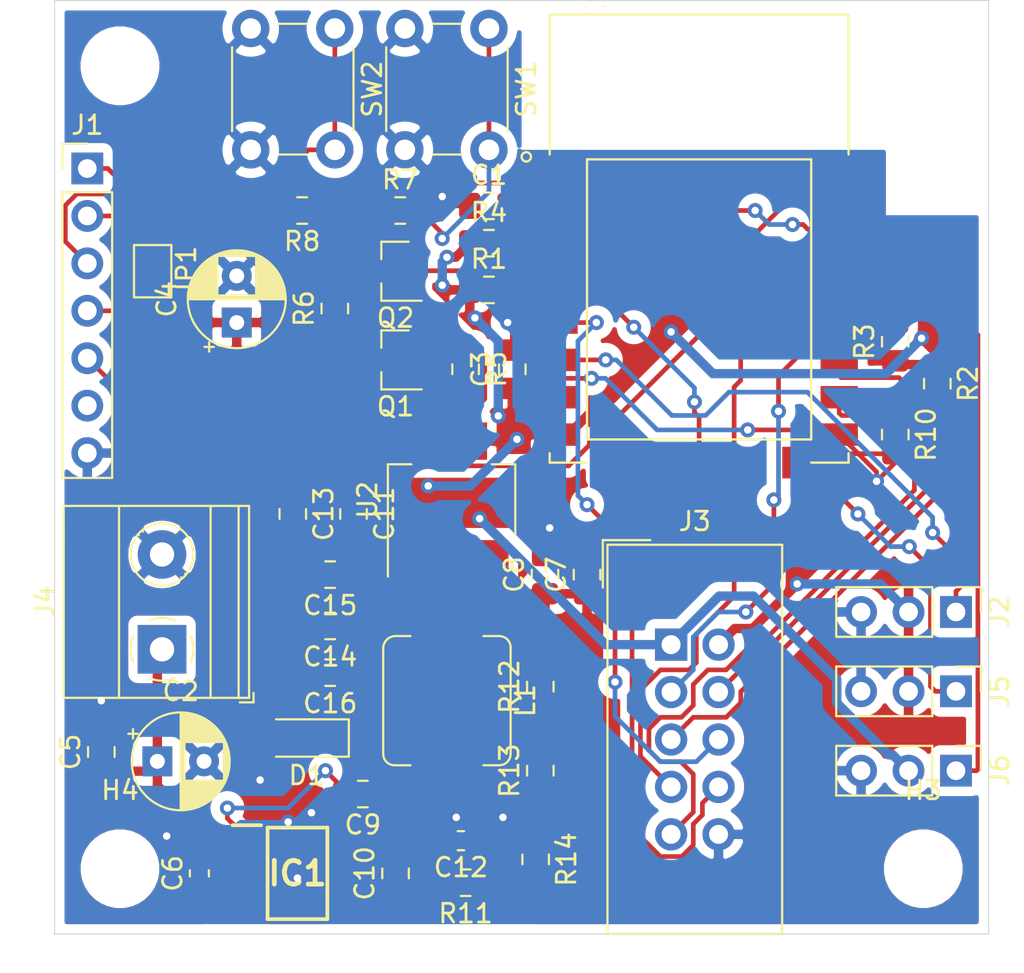
<source format=kicad_pcb>
(kicad_pcb (version 20171130) (host pcbnew "(5.1.5)-3")
  (layers (0 F.Cu signal) (31 B.Cu signal) (34 B.Paste user) (35 F.Paste user) (36 B.SilkS user) (37 F.SilkS user hide) (38 B.Mask user) (39 F.Mask user) (44 Edge.Cuts user))
  (net 0 "")
  (net 1 nRST)
  (net 2 GND)
  (net 3 +3V3)
  (net 4 "Net-(C6-Pad1)")
  (net 5 +5V)
  (net 6 "Net-(C9-Pad2)")
  (net 7 "Net-(C9-Pad1)")
  (net 8 "Net-(C10-Pad1)")
  (net 9 "Net-(C12-Pad1)")
  (net 10 "Net-(IC1-Pad5)")
  (net 11 TX_ESP)
  (net 12 "Net-(J1-Pad4)")
  (net 13 RTS)
  (net 14 DTR)
  (net 15 RX_ESP)
  (net 16 IO4)
  (net 17 IO16)
  (net 18 IO12)
  (net 19 IO15)
  (net 20 IO5)
  (net 21 IO14)
  (net 22 IO13)
  (net 23 ADC)
  (net 24 "Net-(Q1-Pad2)")
  (net 25 "Net-(Q2-Pad2)")
  (net 26 "Net-(R1-Pad2)")
  (net 27 "Net-(R7-Pad2)")
  (net 28 "Net-(R8-Pad2)")
  (net 29 "Net-(R12-Pad1)")
  (net 30 VIN)
  (net 31 IO2)
  (net 32 IO0)
  (module Connector_IDC:IDC-Header_2x05_P2.54mm_Vertical (layer F.Cu) (at 63 69.5)
    (fp_text reference J3 (at 1.27 -6.604) (layer F.SilkS))
    (fp_text value Conn_02x05_Odd_Even)
    (pad 10 thru_hole oval (at 2.54 10.16) (size 1.7272 1.7272) (drill 1.016) (layers *.Cu *.Mask) (net 2 GND))
    (pad 9 thru_hole oval (at 0 10.16) (size 1.7272 1.7272) (drill 1.016) (layers *.Cu *.Mask) (net 19 IO15))
    (pad 8 thru_hole oval (at 2.54 7.62) (size 1.7272 1.7272) (drill 1.016) (layers *.Cu *.Mask) (net 17 IO16))
    (pad 7 thru_hole oval (at 0 7.62) (size 1.7272 1.7272) (drill 1.016) (layers *.Cu *.Mask) (net 20 IO5))
    (pad 6 thru_hole oval (at 2.54 5.08) (size 1.7272 1.7272) (drill 1.016) (layers *.Cu *.Mask) (net 21 IO14))
    (pad 5 thru_hole oval (at 0 5.08) (size 1.7272 1.7272) (drill 1.016) (layers *.Cu *.Mask) (net 16 IO4))
    (pad 4 thru_hole oval (at 2.54 2.54) (size 1.7272 1.7272) (drill 1.016) (layers *.Cu *.Mask) (net 31 IO2))
    (pad 3 thru_hole oval (at 0 2.54) (size 1.7272 1.7272) (drill 1.016) (layers *.Cu *.Mask) (net 32 IO0))
    (pad 2 thru_hole oval (at 2.54 0) (size 1.7272 1.7272) (drill 1.016) (layers *.Cu *.Mask) (net 5 +5V))
    (pad 1 thru_hole rect (at 0 0) (size 1.7272 1.7272) (drill 1.016) (layers *.Cu *.Mask) (net 3 +3V3))
  )
  (module Connector_PinHeader_2.54mm:PinHeader_1x03_P2.54mm_Vertical (layer F.Cu) (at 78.25 76.25 270)
    (fp_text reference J6 (at 0 -2.33 90) (layer F.SilkS))
    (fp_text value Conn_01x03)
    (pad 3 thru_hole oval (at 0 5.08 270) (size 1.7 1.7) (drill 1) (layers *.Cu *.Mask) (net 2 GND))
    (pad 2 thru_hole oval (at 0 2.54 270) (size 1.7 1.7) (drill 1) (layers *.Cu *.Mask) (net 3 +3V3))
    (pad 1 thru_hole rect (at 0 0 270) (size 1.7 1.7) (drill 1) (layers *.Cu *.Mask) (net 23 ADC))
  )
  (module Connector_PinHeader_2.54mm:PinHeader_1x03_P2.54mm_Vertical (layer F.Cu) (at 78.25 72 270)
    (fp_text reference J5 (at 0 -2.33 90) (layer F.SilkS))
    (fp_text value Conn_01x03)
    (pad 3 thru_hole oval (at 0 5.08 270) (size 1.7 1.7) (drill 1) (layers *.Cu *.Mask) (net 2 GND))
    (pad 2 thru_hole oval (at 0 2.54 270) (size 1.7 1.7) (drill 1) (layers *.Cu *.Mask) (net 5 +5V))
    (pad 1 thru_hole rect (at 0 0 270) (size 1.7 1.7) (drill 1) (layers *.Cu *.Mask) (net 22 IO13))
  )
  (module MountingHole:MountingHole_3.2mm_M3 (layer F.Cu) (at 33.5 81.5)
    (fp_text reference H4 (at 0 -4.2) (layer F.SilkS))
    (fp_text value MountingHole)
    (pad 1 np_thru_hole circle (at 0 0) (size 3.2 3.2) (drill 3.2) (layers *.Cu *.Mask))
  )
  (module MountingHole:MountingHole_3.2mm_M3 (layer F.Cu) (at 76.5 81.5)
    (fp_text reference H3 (at 0 -4.2) (layer F.SilkS))
    (fp_text value MountingHole)
    (pad 1 np_thru_hole circle (at 0 0) (size 3.2 3.2) (drill 3.2) (layers *.Cu *.Mask))
  )
  (module MountingHole:MountingHole_3.2mm_M3 (layer F.Cu) (at 33.5 38.5)
    (fp_text reference H2 (at 0 -4.2) (layer F.SilkS))
    (fp_text value MountingHole)
    (pad 1 np_thru_hole circle (at 0 0) (size 3.2 3.2) (drill 3.2) (layers *.Cu *.Mask))
  )
  (module MountingHole:MountingHole_3.2mm_M3 (layer F.Cu) (at 76.75 38.5)
    (fp_text reference H1 (at 0 -4.2) (layer F.SilkS))
    (fp_text value MountingHole)
    (pad 1 np_thru_hole circle (at 0 0) (size 3.2 3.2) (drill 3.2) (layers *.Cu *.Mask))
  )
  (module Capacitor_SMD:C_0805_2012Metric_Pad1.15x1.40mm_HandSolder (layer F.Cu) (at 58.5 65.75 90)
    (fp_text reference C7 (at 0 -1.65 90) (layer F.SilkS))
    (fp_text value 22uF)
    (pad 2 smd roundrect (at 1.025 0 90) (size 1.15 1.4) (layers F.Cu F.Paste F.Mask) (roundrect_rratio 0.217391) (net 2 GND))
    (pad 1 smd roundrect (at -1.025 0 90) (size 1.15 1.4) (layers F.Cu F.Paste F.Mask) (roundrect_rratio 0.217391) (net 5 +5V))
  )
  (module Capacitor_SMD:C_0805_2012Metric_Pad1.15x1.40mm_HandSolder (layer F.Cu) (at 32.5 75.25 90)
    (fp_text reference C5 (at 0 -1.65 90) (layer F.SilkS))
    (fp_text value 22uF)
    (pad 2 smd roundrect (at 1.025 0 90) (size 1.15 1.4) (layers F.Cu F.Paste F.Mask) (roundrect_rratio 0.217391) (net 2 GND))
    (pad 1 smd roundrect (at -1.025 0 90) (size 1.15 1.4) (layers F.Cu F.Paste F.Mask) (roundrect_rratio 0.217391) (net 30 VIN))
  )
  (module Capacitor_THT:CP_Radial_D5.0mm_P2.50mm (layer F.Cu) (at 35.5 75.75)
    (fp_text reference C2 (at 1.25 -3.75) (layer F.SilkS))
    (fp_text value CP_Small)
    (pad 2 thru_hole circle (at 2.5 0) (size 1.6 1.6) (drill 0.8) (layers *.Cu *.Mask) (net 2 GND))
    (pad 1 thru_hole rect (at 0 0) (size 1.6 1.6) (drill 0.8) (layers *.Cu *.Mask) (net 30 VIN))
  )
  (module Capacitor_THT:CP_Radial_D5.0mm_P2.50mm (layer F.Cu) (at 39.75 52.25 90)
    (fp_text reference C4 (at 1.25 -3.75 90) (layer F.SilkS))
    (fp_text value CP_Small)
    (pad 2 thru_hole circle (at 2.5 0 90) (size 1.6 1.6) (drill 0.8) (layers *.Cu *.Mask) (net 2 GND))
    (pad 1 thru_hole rect (at 0 0 90) (size 1.6 1.6) (drill 0.8) (layers *.Cu *.Mask) (net 3 +3V3))
  )
  (module TerminalBlock_Phoenix:TerminalBlock_Phoenix_MKDS-1,5-2-5.08_1x02_P5.08mm_Horizontal (layer F.Cu) (at 35.75 69.75 90)
    (fp_text reference J4 (at 2.54 -6.26 90) (layer F.SilkS))
    (fp_text value Conn_01x02)
    (pad 2 thru_hole circle (at 5.08 0 90) (size 2.6 2.6) (drill 1.3) (layers *.Cu *.Mask) (net 2 GND))
    (pad 1 thru_hole rect (at 0 0 90) (size 2.6 2.6) (drill 1.3) (layers *.Cu *.Mask) (net 30 VIN))
  )
  (module Package_TO_SOT_SMD:SOT-223-3_TabPin2 (layer F.Cu) (at 51.25 61.75 90)
    (fp_text reference U2 (at 0 -4.5 90) (layer F.SilkS))
    (fp_text value AMS1117-3.3)
    (pad 1 smd rect (at -3.15 -2.3 90) (size 2 1.5) (layers F.Cu F.Paste F.Mask) (net 2 GND))
    (pad 3 smd rect (at -3.15 2.3 90) (size 2 1.5) (layers F.Cu F.Paste F.Mask) (net 5 +5V))
    (pad 2 smd rect (at -3.15 0 90) (size 2 1.5) (layers F.Cu F.Paste F.Mask) (net 3 +3V3))
    (pad 2 smd rect (at 3.15 0 90) (size 2 3.8) (layers F.Cu F.Paste F.Mask) (net 3 +3V3))
  )
  (module XCVR_ESP8266-12E:ESP-12E (layer F.Cu) (at 64.5 51.25)
    (fp_text reference U1 (at -5.57929 -16.39759) (layer F.SilkS) (effects (font (size 1.000772 1.000772) (thickness 0.015))))
    (fp_text value ESP8266-12E_ESP-12E)
    (pad 14 smd rect (at 5 8.5) (size 1.1 1.7) (layers F.Cu F.Paste F.Mask))
    (pad 13 smd rect (at 3 8.5) (size 1.1 1.7) (layers F.Cu F.Paste F.Mask))
    (pad 12 smd rect (at 1 8.5) (size 1.1 1.7) (layers F.Cu F.Paste F.Mask))
    (pad 11 smd rect (at -1 8.5) (size 1.1 1.7) (layers F.Cu F.Paste F.Mask))
    (pad 10 smd rect (at -3 8.5) (size 1.1 1.7) (layers F.Cu F.Paste F.Mask))
    (pad 9 smd rect (at -5 8.5) (size 1.1 1.7) (layers F.Cu F.Paste F.Mask))
    (pad 22 smd rect (at 7.5 -7) (size 2 1.2) (layers F.Cu F.Paste F.Mask) (net 11 TX_ESP))
    (pad 21 smd rect (at 7.5 -5) (size 2 1.2) (layers F.Cu F.Paste F.Mask) (net 15 RX_ESP))
    (pad 20 smd rect (at 7.5 -3) (size 2 1.2) (layers F.Cu F.Paste F.Mask) (net 20 IO5))
    (pad 19 smd rect (at 7.5 -1) (size 2 1.2) (layers F.Cu F.Paste F.Mask) (net 16 IO4))
    (pad 18 smd rect (at 7.5 1) (size 2 1.2) (layers F.Cu F.Paste F.Mask) (net 32 IO0))
    (pad 17 smd rect (at 7.5 3) (size 2 1.2) (layers F.Cu F.Paste F.Mask) (net 31 IO2))
    (pad 16 smd rect (at 7.5 5) (size 2 1.2) (layers F.Cu F.Paste F.Mask) (net 19 IO15))
    (pad 15 smd rect (at 7.5 7) (size 2 1.2) (layers F.Cu F.Paste F.Mask) (net 2 GND))
    (pad 8 smd rect (at -7.5 7) (size 2 1.2) (layers F.Cu F.Paste F.Mask) (net 3 +3V3))
    (pad 7 smd rect (at -7.5 5) (size 2 1.2) (layers F.Cu F.Paste F.Mask) (net 22 IO13))
    (pad 6 smd rect (at -7.5 3) (size 2 1.2) (layers F.Cu F.Paste F.Mask) (net 18 IO12))
    (pad 5 smd rect (at -7.5 1) (size 2 1.2) (layers F.Cu F.Paste F.Mask) (net 21 IO14))
    (pad 4 smd rect (at -7.5 -1) (size 2 1.2) (layers F.Cu F.Paste F.Mask) (net 17 IO16))
    (pad 3 smd rect (at -7.5 -3) (size 2 1.2) (layers F.Cu F.Paste F.Mask) (net 26 "Net-(R1-Pad2)"))
    (pad 2 smd rect (at -7.5 -5) (size 2 1.2) (layers F.Cu F.Paste F.Mask) (net 23 ADC))
    (pad 1 smd rect (at -7.5 -7) (size 2 1.2) (layers F.Cu F.Paste F.Mask) (net 1 nRST))
  )
  (module Button_Switch_THT:SW_PUSH_6mm (layer F.Cu) (at 45 36.5 270)
    (fp_text reference SW2 (at 3.25 -2 90) (layer F.SilkS))
    (fp_text value SW_Push)
    (pad 1 thru_hole circle (at 6.5 0) (size 2 2) (drill 1.1) (layers *.Cu *.Mask) (net 28 "Net-(R8-Pad2)"))
    (pad 2 thru_hole circle (at 6.5 4.5) (size 2 2) (drill 1.1) (layers *.Cu *.Mask) (net 2 GND))
    (pad 1 thru_hole circle (at 0 0) (size 2 2) (drill 1.1) (layers *.Cu *.Mask) (net 28 "Net-(R8-Pad2)"))
    (pad 2 thru_hole circle (at 0 4.5) (size 2 2) (drill 1.1) (layers *.Cu *.Mask) (net 2 GND))
  )
  (module Button_Switch_THT:SW_PUSH_6mm (layer F.Cu) (at 53.25 36.5 270)
    (fp_text reference SW1 (at 3.25 -2 90) (layer F.SilkS))
    (fp_text value SW_Push)
    (pad 1 thru_hole circle (at 6.5 0) (size 2 2) (drill 1.1) (layers *.Cu *.Mask) (net 27 "Net-(R7-Pad2)"))
    (pad 2 thru_hole circle (at 6.5 4.5) (size 2 2) (drill 1.1) (layers *.Cu *.Mask) (net 2 GND))
    (pad 1 thru_hole circle (at 0 0) (size 2 2) (drill 1.1) (layers *.Cu *.Mask) (net 27 "Net-(R7-Pad2)"))
    (pad 2 thru_hole circle (at 0 4.5) (size 2 2) (drill 1.1) (layers *.Cu *.Mask) (net 2 GND))
  )
  (module Resistor_SMD:R_0805_2012Metric_Pad1.15x1.40mm_HandSolder (layer F.Cu) (at 55.75 81 270)
    (fp_text reference R14 (at 0 -1.65 90) (layer F.SilkS))
    (fp_text value 2k)
    (pad 2 smd roundrect (at 1.025 0 270) (size 1.15 1.4) (layers F.Cu F.Paste F.Mask) (roundrect_rratio 0.217391) (net 10 "Net-(IC1-Pad5)"))
    (pad 1 smd roundrect (at -1.025 0 270) (size 1.15 1.4) (layers F.Cu F.Paste F.Mask) (roundrect_rratio 0.217391) (net 2 GND))
  )
  (module Resistor_SMD:R_0805_2012Metric_Pad1.15x1.40mm_HandSolder (layer F.Cu) (at 56 76.25 90)
    (fp_text reference R13 (at 0 -1.65 90) (layer F.SilkS))
    (fp_text value 510)
    (pad 2 smd roundrect (at 1.025 0 90) (size 1.15 1.4) (layers F.Cu F.Paste F.Mask) (roundrect_rratio 0.217391) (net 29 "Net-(R12-Pad1)"))
    (pad 1 smd roundrect (at -1.025 0 90) (size 1.15 1.4) (layers F.Cu F.Paste F.Mask) (roundrect_rratio 0.217391) (net 10 "Net-(IC1-Pad5)"))
  )
  (module Resistor_SMD:R_0805_2012Metric_Pad1.15x1.40mm_HandSolder (layer F.Cu) (at 56 71.75 90)
    (fp_text reference R12 (at 0 -1.65 90) (layer F.SilkS))
    (fp_text value 10k)
    (pad 2 smd roundrect (at 1.025 0 90) (size 1.15 1.4) (layers F.Cu F.Paste F.Mask) (roundrect_rratio 0.217391) (net 5 +5V))
    (pad 1 smd roundrect (at -1.025 0 90) (size 1.15 1.4) (layers F.Cu F.Paste F.Mask) (roundrect_rratio 0.217391) (net 29 "Net-(R12-Pad1)"))
  )
  (module Resistor_SMD:R_0805_2012Metric_Pad1.15x1.40mm_HandSolder (layer F.Cu) (at 52 82.25 180)
    (fp_text reference R11 (at 0 -1.65) (layer F.SilkS))
    (fp_text value 36k)
    (pad 2 smd roundrect (at 1.025 0 180) (size 1.15 1.4) (layers F.Cu F.Paste F.Mask) (roundrect_rratio 0.217391) (net 8 "Net-(C10-Pad1)"))
    (pad 1 smd roundrect (at -1.025 0 180) (size 1.15 1.4) (layers F.Cu F.Paste F.Mask) (roundrect_rratio 0.217391) (net 9 "Net-(C12-Pad1)"))
  )
  (module Resistor_SMD:R_0805_2012Metric_Pad1.15x1.40mm_HandSolder (layer F.Cu) (at 75 58.25 270)
    (fp_text reference R10 (at 0 -1.65 90) (layer F.SilkS))
    (fp_text value 12k)
    (pad 2 smd roundrect (at 1.025 0 270) (size 1.15 1.4) (layers F.Cu F.Paste F.Mask) (roundrect_rratio 0.217391) (net 2 GND))
    (pad 1 smd roundrect (at -1.025 0 270) (size 1.15 1.4) (layers F.Cu F.Paste F.Mask) (roundrect_rratio 0.217391) (net 19 IO15))
  )
  (module Resistor_SMD:R_0805_2012Metric_Pad1.15x1.40mm_HandSolder (layer F.Cu) (at 43.25 46.25 180)
    (fp_text reference R8 (at 0 -1.65) (layer F.SilkS))
    (fp_text value 470)
    (pad 2 smd roundrect (at 1.025 0 180) (size 1.15 1.4) (layers F.Cu F.Paste F.Mask) (roundrect_rratio 0.217391) (net 28 "Net-(R8-Pad2)"))
    (pad 1 smd roundrect (at -1.025 0 180) (size 1.15 1.4) (layers F.Cu F.Paste F.Mask) (roundrect_rratio 0.217391) (net 1 nRST))
  )
  (module Resistor_SMD:R_0805_2012Metric_Pad1.15x1.40mm_HandSolder (layer F.Cu) (at 48.5 46.25)
    (fp_text reference R7 (at 0 -1.65) (layer F.SilkS))
    (fp_text value 470)
    (pad 2 smd roundrect (at 1.025 0) (size 1.15 1.4) (layers F.Cu F.Paste F.Mask) (roundrect_rratio 0.217391) (net 27 "Net-(R7-Pad2)"))
    (pad 1 smd roundrect (at -1.025 0) (size 1.15 1.4) (layers F.Cu F.Paste F.Mask) (roundrect_rratio 0.217391) (net 32 IO0))
  )
  (module Resistor_SMD:R_0805_2012Metric_Pad1.15x1.40mm_HandSolder (layer F.Cu) (at 45 51.5 90)
    (fp_text reference R6 (at 0 -1.65 90) (layer F.SilkS))
    (fp_text value 12k)
    (pad 2 smd roundrect (at 1.025 0 90) (size 1.15 1.4) (layers F.Cu F.Paste F.Mask) (roundrect_rratio 0.217391) (net 25 "Net-(Q2-Pad2)"))
    (pad 1 smd roundrect (at -1.025 0 90) (size 1.15 1.4) (layers F.Cu F.Paste F.Mask) (roundrect_rratio 0.217391) (net 13 RTS))
  )
  (module Resistor_SMD:R_0805_2012Metric_Pad1.15x1.40mm_HandSolder (layer F.Cu) (at 52 54.75 270)
    (fp_text reference R5 (at 0 -1.65 90) (layer F.SilkS))
    (fp_text value 12k)
    (pad 2 smd roundrect (at 1.025 0 270) (size 1.15 1.4) (layers F.Cu F.Paste F.Mask) (roundrect_rratio 0.217391) (net 24 "Net-(Q1-Pad2)"))
    (pad 1 smd roundrect (at -1.025 0 270) (size 1.15 1.4) (layers F.Cu F.Paste F.Mask) (roundrect_rratio 0.217391) (net 14 DTR))
  )
  (module Resistor_SMD:R_0805_2012Metric_Pad1.15x1.40mm_HandSolder (layer F.Cu) (at 53.25 48)
    (fp_text reference R4 (at 0 -1.65) (layer F.SilkS))
    (fp_text value 12k)
    (pad 2 smd roundrect (at 1.025 0) (size 1.15 1.4) (layers F.Cu F.Paste F.Mask) (roundrect_rratio 0.217391) (net 1 nRST))
    (pad 1 smd roundrect (at -1.025 0) (size 1.15 1.4) (layers F.Cu F.Paste F.Mask) (roundrect_rratio 0.217391) (net 3 +3V3))
  )
  (module Resistor_SMD:R_0805_2012Metric_Pad1.15x1.40mm_HandSolder (layer F.Cu) (at 75 53.275 90)
    (fp_text reference R3 (at 0 -1.65 90) (layer F.SilkS))
    (fp_text value 12k)
    (pad 2 smd roundrect (at 1.025 0 90) (size 1.15 1.4) (layers F.Cu F.Paste F.Mask) (roundrect_rratio 0.217391) (net 32 IO0))
    (pad 1 smd roundrect (at -1.025 0 90) (size 1.15 1.4) (layers F.Cu F.Paste F.Mask) (roundrect_rratio 0.217391) (net 3 +3V3))
  )
  (module Resistor_SMD:R_0805_2012Metric_Pad1.15x1.40mm_HandSolder (layer F.Cu) (at 77.25 55.525 270)
    (fp_text reference R2 (at 0 -1.65 90) (layer F.SilkS))
    (fp_text value 12k)
    (pad 2 smd roundrect (at 1.025 0 270) (size 1.15 1.4) (layers F.Cu F.Paste F.Mask) (roundrect_rratio 0.217391) (net 31 IO2))
    (pad 1 smd roundrect (at -1.025 0 270) (size 1.15 1.4) (layers F.Cu F.Paste F.Mask) (roundrect_rratio 0.217391) (net 3 +3V3))
  )
  (module Resistor_SMD:R_0805_2012Metric_Pad1.15x1.40mm_HandSolder (layer F.Cu) (at 53.25 50.5)
    (fp_text reference R1 (at 0 -1.65) (layer F.SilkS))
    (fp_text value 12k)
    (pad 2 smd roundrect (at 1.025 0) (size 1.15 1.4) (layers F.Cu F.Paste F.Mask) (roundrect_rratio 0.217391) (net 26 "Net-(R1-Pad2)"))
    (pad 1 smd roundrect (at -1.025 0) (size 1.15 1.4) (layers F.Cu F.Paste F.Mask) (roundrect_rratio 0.217391) (net 3 +3V3))
  )
  (module Package_TO_SOT_SMD:SOT-23 (layer F.Cu) (at 48.25 49.5 180)
    (fp_text reference Q2 (at 0 -2.5) (layer F.SilkS))
    (fp_text value S8050)
    (pad 3 smd rect (at 1 0 180) (size 0.9 0.8) (layers F.Cu F.Paste F.Mask) (net 32 IO0))
    (pad 2 smd rect (at -1 0.95 180) (size 0.9 0.8) (layers F.Cu F.Paste F.Mask) (net 25 "Net-(Q2-Pad2)"))
    (pad 1 smd rect (at -1 -0.95 180) (size 0.9 0.8) (layers F.Cu F.Paste F.Mask) (net 14 DTR))
  )
  (module Package_TO_SOT_SMD:SOT-23 (layer F.Cu) (at 48.25 54.25 180)
    (fp_text reference Q1 (at 0 -2.5) (layer F.SilkS))
    (fp_text value S8050)
    (pad 3 smd rect (at 1 0 180) (size 0.9 0.8) (layers F.Cu F.Paste F.Mask) (net 1 nRST))
    (pad 2 smd rect (at -1 0.95 180) (size 0.9 0.8) (layers F.Cu F.Paste F.Mask) (net 24 "Net-(Q1-Pad2)"))
    (pad 1 smd rect (at -1 -0.95 180) (size 0.9 0.8) (layers F.Cu F.Paste F.Mask) (net 13 RTS))
  )
  (module Inductor_SMD:L_Bourns_SRP7028A_7.3x6.6mm (layer F.Cu) (at 51 72.5 270)
    (fp_text reference L1 (at 0 -4.2 90) (layer F.SilkS))
    (fp_text value 10uH)
    (pad 2 smd rect (at 2.725 0 270) (size 2.95 3.5) (layers F.Cu F.Paste F.Mask) (net 7 "Net-(C9-Pad1)"))
    (pad 1 smd rect (at -2.725 0 270) (size 2.95 3.5) (layers F.Cu F.Paste F.Mask) (net 5 +5V))
  )
  (module Jumper:SolderJumper-2_P1.3mm_Open_Pad1.0x1.5mm (layer F.Cu) (at 35.25 49.5 270)
    (fp_text reference JP1 (at 0 -1.8 90) (layer F.SilkS))
    (fp_text value SolderJumper_2_Open)
    (pad 1 smd rect (at -0.65 0 270) (size 1 1.5) (layers F.Cu F.Mask) (net 3 +3V3))
    (pad 2 smd rect (at 0.65 0 270) (size 1 1.5) (layers F.Cu F.Mask) (net 12 "Net-(J1-Pad4)"))
  )
  (module Connector_PinHeader_2.54mm:PinHeader_1x03_P2.54mm_Vertical (layer F.Cu) (at 78.25 67.75 270)
    (fp_text reference J2 (at 0 -2.33 90) (layer F.SilkS))
    (fp_text value Conn_01x03)
    (pad 3 thru_hole oval (at 0 5.08 270) (size 1.7 1.7) (drill 1) (layers *.Cu *.Mask) (net 2 GND))
    (pad 2 thru_hole oval (at 0 2.54 270) (size 1.7 1.7) (drill 1) (layers *.Cu *.Mask) (net 5 +5V))
    (pad 1 thru_hole rect (at 0 0 270) (size 1.7 1.7) (drill 1) (layers *.Cu *.Mask) (net 18 IO12))
  )
  (module Connector_PinHeader_2.54mm:PinHeader_1x07_P2.54mm_Vertical (layer F.Cu) (at 31.75 44)
    (fp_text reference J1 (at 0 -2.33) (layer F.SilkS))
    (fp_text value Conn_01x07)
    (pad 7 thru_hole oval (at 0 15.24) (size 1.7 1.7) (drill 1) (layers *.Cu *.Mask) (net 2 GND))
    (pad 6 thru_hole oval (at 0 12.7) (size 1.7 1.7) (drill 1) (layers *.Cu *.Mask))
    (pad 5 thru_hole oval (at 0 10.16) (size 1.7 1.7) (drill 1) (layers *.Cu *.Mask) (net 11 TX_ESP))
    (pad 4 thru_hole oval (at 0 7.62) (size 1.7 1.7) (drill 1) (layers *.Cu *.Mask) (net 12 "Net-(J1-Pad4)"))
    (pad 3 thru_hole oval (at 0 5.08) (size 1.7 1.7) (drill 1) (layers *.Cu *.Mask) (net 13 RTS))
    (pad 2 thru_hole oval (at 0 2.54) (size 1.7 1.7) (drill 1) (layers *.Cu *.Mask) (net 14 DTR))
    (pad 1 thru_hole rect (at 0 0) (size 1.7 1.7) (drill 1) (layers *.Cu *.Mask) (net 15 RX_ESP))
  )
  (module LibLoader:SOIC127P600X175-8N (layer F.Cu) (at 43 81.75)
    (fp_text reference IC1 (at 0 0) (layer F.SilkS) (effects (font (size 1.27 1.27) (thickness 0.254))))
    (fp_text value TPS54331DR hide)
    (pad 8 smd rect (at 2.712 -1.905 90) (size 0.65 1.525) (layers F.Cu F.Paste F.Mask) (net 7 "Net-(C9-Pad1)"))
    (pad 7 smd rect (at 2.712 -0.635 90) (size 0.65 1.525) (layers F.Cu F.Paste F.Mask) (net 2 GND))
    (pad 6 smd rect (at 2.712 0.635 90) (size 0.65 1.525) (layers F.Cu F.Paste F.Mask) (net 8 "Net-(C10-Pad1)"))
    (pad 5 smd rect (at 2.712 1.905 90) (size 0.65 1.525) (layers F.Cu F.Paste F.Mask) (net 10 "Net-(IC1-Pad5)"))
    (pad 4 smd rect (at -2.712 1.905 90) (size 0.65 1.525) (layers F.Cu F.Paste F.Mask) (net 4 "Net-(C6-Pad1)"))
    (pad 3 smd rect (at -2.712 0.635 90) (size 0.65 1.525) (layers F.Cu F.Paste F.Mask))
    (pad 2 smd rect (at -2.712 -0.635 90) (size 0.65 1.525) (layers F.Cu F.Paste F.Mask) (net 30 VIN))
    (pad 1 smd rect (at -2.712 -1.905 90) (size 0.65 1.525) (layers F.Cu F.Paste F.Mask) (net 6 "Net-(C9-Pad2)"))
  )
  (module Diode_SMD:D_SOD-123 (layer F.Cu) (at 43.5 74.5 180)
    (fp_text reference D1 (at 0 -2) (layer F.SilkS))
    (fp_text value D)
    (pad 2 smd rect (at 1.65 0 180) (size 0.9 1.2) (layers F.Cu F.Paste F.Mask) (net 2 GND))
    (pad 1 smd rect (at -1.65 0 180) (size 0.9 1.2) (layers F.Cu F.Paste F.Mask) (net 7 "Net-(C9-Pad1)"))
  )
  (module Capacitor_SMD:C_0805_2012Metric_Pad1.15x1.40mm_HandSolder (layer F.Cu) (at 44.75 71 180)
    (fp_text reference C16 (at 0 -1.65) (layer F.SilkS))
    (fp_text value 22uF)
    (pad 2 smd roundrect (at 1.025 0 180) (size 1.15 1.4) (layers F.Cu F.Paste F.Mask) (roundrect_rratio 0.217391) (net 2 GND))
    (pad 1 smd roundrect (at -1.025 0 180) (size 1.15 1.4) (layers F.Cu F.Paste F.Mask) (roundrect_rratio 0.217391) (net 5 +5V))
  )
  (module Capacitor_SMD:C_0805_2012Metric_Pad1.15x1.40mm_HandSolder (layer F.Cu) (at 44.75 65.75 180)
    (fp_text reference C15 (at 0 -1.65) (layer F.SilkS))
    (fp_text value 22uF)
    (pad 2 smd roundrect (at 1.025 0 180) (size 1.15 1.4) (layers F.Cu F.Paste F.Mask) (roundrect_rratio 0.217391) (net 2 GND))
    (pad 1 smd roundrect (at -1.025 0 180) (size 1.15 1.4) (layers F.Cu F.Paste F.Mask) (roundrect_rratio 0.217391) (net 5 +5V))
  )
  (module Capacitor_SMD:C_0805_2012Metric_Pad1.15x1.40mm_HandSolder (layer F.Cu) (at 44.75 68.5 180)
    (fp_text reference C14 (at 0 -1.65) (layer F.SilkS))
    (fp_text value 22uF)
    (pad 2 smd roundrect (at 1.025 0 180) (size 1.15 1.4) (layers F.Cu F.Paste F.Mask) (roundrect_rratio 0.217391) (net 2 GND))
    (pad 1 smd roundrect (at -1.025 0 180) (size 1.15 1.4) (layers F.Cu F.Paste F.Mask) (roundrect_rratio 0.217391) (net 5 +5V))
  )
  (module Capacitor_SMD:C_0805_2012Metric_Pad1.15x1.40mm_HandSolder (layer F.Cu) (at 42.75 62.5 270)
    (fp_text reference C13 (at 0 -1.65 90) (layer F.SilkS))
    (fp_text value 100nF)
    (pad 2 smd roundrect (at 1.025 0 270) (size 1.15 1.4) (layers F.Cu F.Paste F.Mask) (roundrect_rratio 0.217391) (net 2 GND))
    (pad 1 smd roundrect (at -1.025 0 270) (size 1.15 1.4) (layers F.Cu F.Paste F.Mask) (roundrect_rratio 0.217391) (net 3 +3V3))
  )
  (module Capacitor_SMD:C_0603_1608Metric_Pad1.05x0.95mm_HandSolder (layer F.Cu) (at 51.75 80 180)
    (fp_text reference C12 (at 0 -1.43) (layer F.SilkS))
    (fp_text value 1.2nF)
    (pad 2 smd roundrect (at 0.875 0 180) (size 1.05 0.95) (layers F.Cu F.Paste F.Mask) (net 2 GND))
    (pad 1 smd roundrect (at -0.875 0 180) (size 1.05 0.95) (layers F.Cu F.Paste F.Mask) (net 9 "Net-(C12-Pad1)"))
  )
  (module Capacitor_SMD:C_0805_2012Metric_Pad1.15x1.40mm_HandSolder (layer F.Cu) (at 46 62.5 270)
    (fp_text reference C11 (at 0 -1.65 90) (layer F.SilkS))
    (fp_text value 22uF)
    (pad 2 smd roundrect (at 1.025 0 270) (size 1.15 1.4) (layers F.Cu F.Paste F.Mask) (roundrect_rratio 0.217391) (net 2 GND))
    (pad 1 smd roundrect (at -1.025 0 270) (size 1.15 1.4) (layers F.Cu F.Paste F.Mask) (roundrect_rratio 0.217391) (net 3 +3V3))
  )
  (module Capacitor_SMD:C_0805_2012Metric_Pad1.15x1.40mm_HandSolder (layer F.Cu) (at 48.25 81.75 90)
    (fp_text reference C10 (at 0 -1.65 90) (layer F.SilkS))
    (fp_text value 10pF)
    (pad 2 smd roundrect (at 1.025 0 90) (size 1.15 1.4) (layers F.Cu F.Paste F.Mask) (roundrect_rratio 0.217391) (net 2 GND))
    (pad 1 smd roundrect (at -1.025 0 90) (size 1.15 1.4) (layers F.Cu F.Paste F.Mask) (roundrect_rratio 0.217391) (net 8 "Net-(C10-Pad1)"))
  )
  (module Capacitor_SMD:C_0805_2012Metric_Pad1.15x1.40mm_HandSolder (layer F.Cu) (at 46.5 77.5 180)
    (fp_text reference C9 (at 0 -1.65) (layer F.SilkS))
    (fp_text value 100nF)
    (pad 2 smd roundrect (at 1.025 0 180) (size 1.15 1.4) (layers F.Cu F.Paste F.Mask) (roundrect_rratio 0.217391) (net 6 "Net-(C9-Pad2)"))
    (pad 1 smd roundrect (at -1.025 0 180) (size 1.15 1.4) (layers F.Cu F.Paste F.Mask) (roundrect_rratio 0.217391) (net 7 "Net-(C9-Pad1)"))
  )
  (module Capacitor_SMD:C_0805_2012Metric_Pad1.15x1.40mm_HandSolder (layer F.Cu) (at 56.25 65.75 90)
    (fp_text reference C8 (at 0 -1.65 90) (layer F.SilkS))
    (fp_text value 100nF)
    (pad 2 smd roundrect (at 1.025 0 90) (size 1.15 1.4) (layers F.Cu F.Paste F.Mask) (roundrect_rratio 0.217391) (net 2 GND))
    (pad 1 smd roundrect (at -1.025 0 90) (size 1.15 1.4) (layers F.Cu F.Paste F.Mask) (roundrect_rratio 0.217391) (net 5 +5V))
  )
  (module Capacitor_SMD:C_0603_1608Metric_Pad1.05x0.95mm_HandSolder (layer F.Cu) (at 37.75 81.75 90)
    (fp_text reference C6 (at 0 -1.43 90) (layer F.SilkS))
    (fp_text value 8.2nF)
    (pad 2 smd roundrect (at 0.875 0 90) (size 1.05 0.95) (layers F.Cu F.Paste F.Mask) (net 2 GND))
    (pad 1 smd roundrect (at -0.875 0 90) (size 1.05 0.95) (layers F.Cu F.Paste F.Mask) (net 4 "Net-(C6-Pad1)"))
  )
  (module Capacitor_SMD:C_0805_2012Metric_Pad1.15x1.40mm_HandSolder (layer F.Cu) (at 54.5 54.75 90)
    (fp_text reference C3 (at 0 -1.65 90) (layer F.SilkS))
    (fp_text value 100nF)
    (pad 2 smd roundrect (at 1.025 0 90) (size 1.15 1.4) (layers F.Cu F.Paste F.Mask) (roundrect_rratio 0.217391) (net 2 GND))
    (pad 1 smd roundrect (at -1.025 0 90) (size 1.15 1.4) (layers F.Cu F.Paste F.Mask) (roundrect_rratio 0.217391) (net 3 +3V3))
  )
  (module Capacitor_SMD:C_0805_2012Metric_Pad1.15x1.40mm_HandSolder (layer F.Cu) (at 53.25 46)
    (fp_text reference C1 (at 0 -1.65) (layer F.SilkS))
    (fp_text value 100nF)
    (pad 2 smd roundrect (at 1.025 0) (size 1.15 1.4) (layers F.Cu F.Paste F.Mask) (roundrect_rratio 0.217391) (net 1 nRST))
    (pad 1 smd roundrect (at -1.025 0) (size 1.15 1.4) (layers F.Cu F.Paste F.Mask) (roundrect_rratio 0.217391) (net 2 GND))
  )
  (gr_line (start 30 85) (end 30 35) (layer Edge.Cuts) (width 0.05))
  (gr_line (start 80 85) (end 30 85) (layer Edge.Cuts) (width 0.05))
  (gr_line (start 80 35) (end 80 85) (layer Edge.Cuts) (width 0.05))
  (gr_line (start 30 35) (end 80 35) (layer Edge.Cuts) (width 0.05))
  (segment (start 54.275 45.725) (end 54.275 46) (width 0.25) (layer F.Cu) (net 1))
  (segment (start 55.75 44.25) (end 54.275 45.725) (width 0.25) (layer F.Cu) (net 1))
  (segment (start 57 44.25) (end 55.75 44.25) (width 0.25) (layer F.Cu) (net 1))
  (segment (start 44.275 46.95) (end 44.275 46.25) (width 0.25) (layer F.Cu) (net 1))
  (segment (start 43.97499 47.25001) (end 44.275 46.95) (width 0.25) (layer F.Cu) (net 1))
  (segment (start 43.97499 51.03818) (end 43.97499 47.25001) (width 0.25) (layer F.Cu) (net 1))
  (segment (start 45.4382 51.37501) (end 44.31182 51.37501) (width 0.25) (layer F.Cu) (net 1))
  (segment (start 47.25 53.18681) (end 45.4382 51.37501) (width 0.25) (layer F.Cu) (net 1))
  (segment (start 44.31182 51.37501) (end 43.97499 51.03818) (width 0.25) (layer F.Cu) (net 1))
  (segment (start 54.275 46) (end 54.275 48) (width 0.25) (layer F.Cu) (net 1))
  (segment (start 48.790008 49.47499) (end 47.25 51.014998) (width 0.25) (layer F.Cu) (net 1))
  (segment (start 53.50001 49.47499) (end 48.790008 49.47499) (width 0.25) (layer F.Cu) (net 1))
  (segment (start 47.25 51.014998) (end 47.25 53.5) (width 0.25) (layer F.Cu) (net 1))
  (segment (start 54.275 48.7) (end 53.50001 49.47499) (width 0.25) (layer F.Cu) (net 1))
  (segment (start 54.275 48) (end 54.275 48.7) (width 0.25) (layer F.Cu) (net 1))
  (segment (start 47.25 53.5) (end 47.25 53.18681) (width 0.25) (layer F.Cu) (net 1))
  (segment (start 47.25 54.25) (end 47.25 53.5) (width 0.25) (layer F.Cu) (net 1))
  (via (at 50.75 45.5) (size 0.8) (drill 0.4) (layers F.Cu B.Cu) (net 2))
  (segment (start 52.225 46) (end 51.25 46) (width 0.25) (layer F.Cu) (net 2))
  (segment (start 51.25 46) (end 50.75 45.5) (width 0.25) (layer F.Cu) (net 2))
  (via (at 54.25 52.25) (size 0.8) (drill 0.4) (layers F.Cu B.Cu) (net 2))
  (segment (start 54.5 53.725) (end 54.5 52.5) (width 0.25) (layer F.Cu) (net 2))
  (segment (start 54.5 52.5) (end 54.25 52.25) (width 0.25) (layer F.Cu) (net 2))
  (segment (start 46 63.525) (end 42.75 63.525) (width 0.25) (layer F.Cu) (net 2))
  (segment (start 43.45 63.525) (end 42.75 63.525) (width 0.25) (layer F.Cu) (net 2))
  (segment (start 43.725 63.8) (end 43.45 63.525) (width 0.25) (layer F.Cu) (net 2))
  (segment (start 43.725 65.75) (end 43.725 63.8) (width 0.25) (layer F.Cu) (net 2))
  (segment (start 46 64.1) (end 46 63.525) (width 0.25) (layer F.Cu) (net 2))
  (segment (start 46.8 64.9) (end 46 64.1) (width 0.25) (layer F.Cu) (net 2))
  (segment (start 48.95 64.9) (end 46.8 64.9) (width 0.25) (layer F.Cu) (net 2))
  (via (at 56.500016 63.25) (size 0.8) (drill 0.4) (layers F.Cu B.Cu) (net 2))
  (segment (start 56.25 64.725) (end 56.25 63.500016) (width 0.25) (layer F.Cu) (net 2))
  (segment (start 57.6 63.25) (end 57.065701 63.25) (width 0.25) (layer F.Cu) (net 2))
  (segment (start 57.065701 63.25) (end 56.500016 63.25) (width 0.25) (layer F.Cu) (net 2))
  (segment (start 56.25 63.500016) (end 56.500016 63.25) (width 0.25) (layer F.Cu) (net 2))
  (segment (start 58.5 64.15) (end 57.6 63.25) (width 0.25) (layer F.Cu) (net 2))
  (segment (start 58.5 64.725) (end 58.5 64.15) (width 0.25) (layer F.Cu) (net 2))
  (segment (start 72 59.1) (end 72 58.25) (width 0.25) (layer F.Cu) (net 2))
  (segment (start 72.175 59.275) (end 72 59.1) (width 0.25) (layer F.Cu) (net 2))
  (segment (start 75 59.275) (end 72.175 59.275) (width 0.25) (layer F.Cu) (net 2))
  (via (at 74 60.75) (size 0.8) (drill 0.4) (layers F.Cu B.Cu) (net 2))
  (segment (start 75 59.275) (end 75 59.75) (width 0.25) (layer F.Cu) (net 2))
  (segment (start 75 59.75) (end 74 60.75) (width 0.25) (layer F.Cu) (net 2))
  (segment (start 74 60.25) (end 74 60.75) (width 0.25) (layer F.Cu) (net 2))
  (segment (start 72 58.25) (end 74 60.25) (width 0.25) (layer F.Cu) (net 2))
  (via (at 51.5 78.75) (size 0.8) (drill 0.4) (layers F.Cu B.Cu) (net 2))
  (segment (start 50.875 80) (end 50.875 79.375) (width 0.25) (layer F.Cu) (net 2))
  (segment (start 50.875 79.375) (end 51.5 78.75) (width 0.25) (layer F.Cu) (net 2))
  (segment (start 55.1 78.75) (end 54 78.75) (width 0.25) (layer F.Cu) (net 2))
  (segment (start 55.75 79.975) (end 55.75 79.4) (width 0.25) (layer F.Cu) (net 2))
  (via (at 54 78.75) (size 0.8) (drill 0.4) (layers F.Cu B.Cu) (net 2))
  (segment (start 55.75 79.4) (end 55.1 78.75) (width 0.25) (layer F.Cu) (net 2))
  (segment (start 48.95 80.725) (end 48.25 80.725) (width 0.25) (layer F.Cu) (net 2))
  (segment (start 50.625 80.725) (end 48.95 80.725) (width 0.25) (layer F.Cu) (net 2))
  (segment (start 50.875 80.475) (end 50.625 80.725) (width 0.25) (layer F.Cu) (net 2))
  (segment (start 50.875 80) (end 50.875 80.475) (width 0.25) (layer F.Cu) (net 2))
  (segment (start 46.102 80.725) (end 45.712 81.115) (width 0.25) (layer F.Cu) (net 2))
  (segment (start 48.25 80.725) (end 46.102 80.725) (width 0.25) (layer F.Cu) (net 2))
  (via (at 43.75 78.5) (size 0.8) (drill 0.4) (layers F.Cu B.Cu) (net 2))
  (via (at 42.5 79) (size 0.8) (drill 0.4) (layers F.Cu B.Cu) (net 2))
  (via (at 41 76.75) (size 0.8) (drill 0.4) (layers F.Cu B.Cu) (net 2))
  (via (at 43 82) (size 0.8) (drill 0.4) (layers F.Cu B.Cu) (net 2))
  (via (at 36 79.75) (size 0.8) (drill 0.4) (layers F.Cu B.Cu) (net 2))
  (via (at 32.5 72.5) (size 0.8) (drill 0.4) (layers F.Cu B.Cu) (net 2))
  (segment (start 54.5 56.35) (end 54.5 55.775) (width 0.5) (layer F.Cu) (net 3))
  (segment (start 55.5 58.25) (end 54.5 57.25) (width 0.5) (layer F.Cu) (net 3))
  (segment (start 57 58.25) (end 55.5 58.25) (width 0.5) (layer F.Cu) (net 3))
  (segment (start 54.5 57.75) (end 54.5 57.25) (width 0.5) (layer F.Cu) (net 3))
  (segment (start 51.25 58.6) (end 53.65 58.6) (width 0.5) (layer F.Cu) (net 3))
  (segment (start 51.25 63.4) (end 51.25 64.9) (width 0.5) (layer F.Cu) (net 3))
  (segment (start 42.75 61.475) (end 49.325 61.475) (width 0.5) (layer F.Cu) (net 3))
  (segment (start 49.325 61.475) (end 51.25 63.4) (width 0.5) (layer F.Cu) (net 3))
  (segment (start 63 69.5) (end 59.5 69.5) (width 0.5) (layer B.Cu) (net 3))
  (via (at 52.75 62.75) (size 0.8) (drill 0.4) (layers F.Cu B.Cu) (net 3))
  (segment (start 59.5 69.5) (end 53.149999 63.149999) (width 0.5) (layer B.Cu) (net 3))
  (segment (start 53.149999 63.149999) (end 52.75 62.75) (width 0.5) (layer B.Cu) (net 3))
  (segment (start 51.9 62.75) (end 51.25 63.4) (width 0.5) (layer F.Cu) (net 3))
  (segment (start 52.75 62.75) (end 51.9 62.75) (width 0.5) (layer F.Cu) (net 3))
  (segment (start 74.645999 75.400001) (end 74.860001 75.400001) (width 0.5) (layer B.Cu) (net 3))
  (segment (start 71.869999 71.361997) (end 71.869999 72.624001) (width 0.5) (layer B.Cu) (net 3))
  (segment (start 74.860001 75.400001) (end 75.71 76.25) (width 0.5) (layer B.Cu) (net 3))
  (segment (start 67.408001 66.899999) (end 71.869999 71.361997) (width 0.5) (layer B.Cu) (net 3))
  (segment (start 71.869999 72.624001) (end 74.645999 75.400001) (width 0.5) (layer B.Cu) (net 3))
  (segment (start 65.567685 66.899999) (end 67.408001 66.899999) (width 0.5) (layer B.Cu) (net 3))
  (segment (start 63.613591 68.854093) (end 65.567685 66.899999) (width 0.5) (layer B.Cu) (net 3))
  (segment (start 63.613591 69.136409) (end 63.613591 68.854093) (width 0.5) (layer B.Cu) (net 3))
  (segment (start 63.25 69.5) (end 63.613591 69.136409) (width 0.5) (layer B.Cu) (net 3))
  (segment (start 63 69.5) (end 63.25 69.5) (width 0.5) (layer B.Cu) (net 3))
  (via (at 50 61) (size 0.8) (drill 0.4) (layers F.Cu B.Cu) (net 3))
  (segment (start 49.325 61.475) (end 49.525 61.475) (width 0.5) (layer F.Cu) (net 3))
  (segment (start 49.525 61.475) (end 50 61) (width 0.5) (layer F.Cu) (net 3))
  (via (at 54.75 58.5) (size 0.8) (drill 0.4) (layers F.Cu B.Cu) (net 3))
  (segment (start 50 61) (end 52.25 61) (width 0.5) (layer B.Cu) (net 3))
  (segment (start 52.25 61) (end 54.75 58.5) (width 0.5) (layer B.Cu) (net 3))
  (segment (start 54.75 58.5) (end 54.5 58.25) (width 0.5) (layer F.Cu) (net 3))
  (segment (start 53.65 58.6) (end 54.5 58) (width 0.5) (layer F.Cu) (net 3))
  (segment (start 54.5 58.25) (end 54.5 58) (width 0.5) (layer F.Cu) (net 3))
  (segment (start 54.5 58) (end 54.5 57.75) (width 0.5) (layer F.Cu) (net 3))
  (via (at 52.5 52) (size 0.8) (drill 0.4) (layers F.Cu B.Cu) (net 3))
  (segment (start 52.225 50.5) (end 52.225 51.725) (width 0.5) (layer F.Cu) (net 3))
  (segment (start 52.225 51.725) (end 52.5 52) (width 0.5) (layer F.Cu) (net 3))
  (via (at 53.75 57.25) (size 0.8) (drill 0.4) (layers F.Cu B.Cu) (net 3))
  (segment (start 52.5 52) (end 53.75 53.25) (width 0.5) (layer B.Cu) (net 3))
  (segment (start 53.75 53.25) (end 53.75 57.25) (width 0.5) (layer B.Cu) (net 3))
  (segment (start 54.350001 57.649999) (end 54.5 57.5) (width 0.5) (layer F.Cu) (net 3))
  (segment (start 54.149999 57.649999) (end 54.350001 57.649999) (width 0.5) (layer F.Cu) (net 3))
  (segment (start 54.5 57.25) (end 54.5 57.5) (width 0.5) (layer F.Cu) (net 3))
  (segment (start 53.75 57.25) (end 54.149999 57.649999) (width 0.5) (layer F.Cu) (net 3))
  (segment (start 54.5 57.5) (end 54.5 56.35) (width 0.5) (layer F.Cu) (net 3))
  (via (at 50.75 50.25) (size 0.8) (drill 0.4) (layers F.Cu B.Cu) (net 3))
  (segment (start 52.225 50.5) (end 51 50.5) (width 0.5) (layer F.Cu) (net 3))
  (segment (start 51 50.5) (end 50.75 50.25) (width 0.5) (layer F.Cu) (net 3))
  (segment (start 50.75 50.25) (end 50.75 48.99999) (width 0.5) (layer B.Cu) (net 3))
  (via (at 51 48.74999) (size 0.8) (drill 0.4) (layers F.Cu B.Cu) (net 3))
  (segment (start 50.75 48.99999) (end 51 48.74999) (width 0.5) (layer B.Cu) (net 3))
  (segment (start 51.47501 48.74999) (end 52.225 48) (width 0.5) (layer F.Cu) (net 3))
  (segment (start 51 48.74999) (end 51.47501 48.74999) (width 0.5) (layer F.Cu) (net 3))
  (segment (start 75.2 54.5) (end 75 54.3) (width 0.5) (layer F.Cu) (net 3))
  (segment (start 77.25 54.5) (end 75.2 54.5) (width 0.5) (layer F.Cu) (net 3))
  (via (at 76.406442 53.093558) (size 0.8) (drill 0.4) (layers F.Cu B.Cu) (net 3))
  (segment (start 77.25 54.5) (end 77.25 53.937116) (width 0.5) (layer F.Cu) (net 3))
  (segment (start 77.25 53.937116) (end 76.406442 53.093558) (width 0.5) (layer F.Cu) (net 3))
  (segment (start 76.406442 53.093558) (end 74.51266 54.98734) (width 0.5) (layer B.Cu) (net 3))
  (segment (start 65.23734 54.98734) (end 63 52.75) (width 0.5) (layer B.Cu) (net 3))
  (segment (start 74.51266 54.98734) (end 65.23734 54.98734) (width 0.5) (layer B.Cu) (net 3))
  (via (at 63 52.75) (size 0.8) (drill 0.4) (layers F.Cu B.Cu) (net 3))
  (segment (start 57.5 58.25) (end 57 58.25) (width 0.5) (layer F.Cu) (net 3))
  (segment (start 63 52.75) (end 57.5 58.25) (width 0.5) (layer F.Cu) (net 3))
  (segment (start 37.75 83.15) (end 37.75 82.625) (width 0.25) (layer F.Cu) (net 4))
  (segment (start 38.255 83.655) (end 37.75 83.15) (width 0.25) (layer F.Cu) (net 4))
  (segment (start 40.288 83.655) (end 38.255 83.655) (width 0.25) (layer F.Cu) (net 4))
  (via (at 69.75 66.25) (size 0.8) (drill 0.4) (layers F.Cu B.Cu) (net 5))
  (segment (start 65.54 69.5) (end 66.403599 68.636401) (width 0.5) (layer F.Cu) (net 5))
  (segment (start 67.363599 68.636401) (end 69.75 66.25) (width 0.5) (layer F.Cu) (net 5))
  (segment (start 66.403599 68.636401) (end 67.363599 68.636401) (width 0.5) (layer F.Cu) (net 5))
  (segment (start 74.21 66.25) (end 75.71 67.75) (width 0.5) (layer B.Cu) (net 5))
  (segment (start 69.75 66.25) (end 74.21 66.25) (width 0.5) (layer B.Cu) (net 5))
  (via (at 44.5 76.25) (size 0.8) (drill 0.4) (layers F.Cu B.Cu) (net 6))
  (segment (start 45.475 77.5) (end 45.475 77.225) (width 0.25) (layer F.Cu) (net 6))
  (segment (start 45.475 77.225) (end 44.5 76.25) (width 0.25) (layer F.Cu) (net 6))
  (via (at 39.25 78.25) (size 0.8) (drill 0.4) (layers F.Cu B.Cu) (net 6))
  (segment (start 44.5 76.25) (end 42.5 78.25) (width 0.25) (layer B.Cu) (net 6))
  (segment (start 42.5 78.25) (end 39.25 78.25) (width 0.25) (layer B.Cu) (net 6))
  (segment (start 39.25 78.807) (end 40.288 79.845) (width 0.25) (layer F.Cu) (net 6))
  (segment (start 39.25 78.25) (end 39.25 78.807) (width 0.25) (layer F.Cu) (net 6))
  (segment (start 45.712 79.313) (end 47.525 77.5) (width 0.5) (layer F.Cu) (net 7))
  (segment (start 45.712 79.845) (end 45.712 79.313) (width 0.5) (layer F.Cu) (net 7))
  (segment (start 51 77.2) (end 51 75.225) (width 0.5) (layer F.Cu) (net 7))
  (segment (start 50.7 77.5) (end 51 77.2) (width 0.5) (layer F.Cu) (net 7))
  (segment (start 47.525 77.5) (end 50.7 77.5) (width 0.5) (layer F.Cu) (net 7))
  (segment (start 45.15 75.125) (end 47.525 77.5) (width 0.5) (layer F.Cu) (net 7))
  (segment (start 45.15 74.5) (end 45.15 75.125) (width 0.5) (layer F.Cu) (net 7))
  (segment (start 48.775 82.25) (end 48.25 82.775) (width 0.25) (layer F.Cu) (net 8))
  (segment (start 50.975 82.25) (end 48.775 82.25) (width 0.25) (layer F.Cu) (net 8))
  (segment (start 46.102 82.775) (end 45.712 82.385) (width 0.25) (layer F.Cu) (net 8))
  (segment (start 48.25 82.775) (end 46.102 82.775) (width 0.25) (layer F.Cu) (net 8))
  (segment (start 53.025 80.4) (end 52.625 80) (width 0.25) (layer F.Cu) (net 9))
  (segment (start 53.025 82.25) (end 53.025 80.4) (width 0.25) (layer F.Cu) (net 9))
  (segment (start 56.45 82.025) (end 55.75 82.025) (width 0.25) (layer F.Cu) (net 10))
  (segment (start 56.77501 81.69999) (end 56.45 82.025) (width 0.25) (layer F.Cu) (net 10))
  (segment (start 56.77501 78.62501) (end 56.77501 81.69999) (width 0.25) (layer F.Cu) (net 10))
  (segment (start 56 77.85) (end 56.77501 78.62501) (width 0.25) (layer F.Cu) (net 10))
  (segment (start 56 77.275) (end 56 77.85) (width 0.25) (layer F.Cu) (net 10))
  (segment (start 47.2995 84.23) (end 46.7245 83.655) (width 0.25) (layer F.Cu) (net 10))
  (segment (start 46.7245 83.655) (end 45.712 83.655) (width 0.25) (layer F.Cu) (net 10))
  (segment (start 52.845 84.23) (end 47.2995 84.23) (width 0.25) (layer F.Cu) (net 10))
  (segment (start 55.05 82.025) (end 52.845 84.23) (width 0.25) (layer F.Cu) (net 10))
  (segment (start 55.75 82.025) (end 55.05 82.025) (width 0.25) (layer F.Cu) (net 10))
  (segment (start 58.689999 58.574999) (end 58.860003 58.574999) (width 0.25) (layer F.Cu) (net 11))
  (segment (start 58.624999 58.639999) (end 58.689999 58.574999) (width 0.25) (layer F.Cu) (net 11))
  (segment (start 58.624999 58.810003) (end 58.624999 58.639999) (width 0.25) (layer F.Cu) (net 11))
  (segment (start 57.510001 59.925001) (end 58.624999 58.810003) (width 0.25) (layer F.Cu) (net 11))
  (segment (start 37.515001 59.925001) (end 57.510001 59.925001) (width 0.25) (layer F.Cu) (net 11))
  (segment (start 65.685002 51.75) (end 65.75 51.75) (width 0.25) (layer F.Cu) (net 11))
  (segment (start 58.860003 58.574999) (end 65.685002 51.75) (width 0.25) (layer F.Cu) (net 11))
  (segment (start 31.75 54.16) (end 37.515001 59.925001) (width 0.25) (layer F.Cu) (net 11))
  (segment (start 65.75 51.75) (end 65.75 49.25) (width 0.25) (layer F.Cu) (net 11))
  (segment (start 65.75 49.25) (end 70.75 44.25) (width 0.25) (layer F.Cu) (net 11))
  (segment (start 70.75 44.25) (end 72 44.25) (width 0.25) (layer F.Cu) (net 11))
  (segment (start 35.25 50.9) (end 35.25 50.15) (width 0.25) (layer F.Cu) (net 12))
  (segment (start 34.53 51.62) (end 35.25 50.9) (width 0.25) (layer F.Cu) (net 12))
  (segment (start 31.75 51.62) (end 34.53 51.62) (width 0.25) (layer F.Cu) (net 12))
  (segment (start 45 53.435002) (end 45 53.1) (width 0.25) (layer F.Cu) (net 13))
  (segment (start 46.764998 55.2) (end 45 53.435002) (width 0.25) (layer F.Cu) (net 13))
  (segment (start 45 53.1) (end 45 52.525) (width 0.25) (layer F.Cu) (net 13))
  (segment (start 49.25 55.2) (end 46.764998 55.2) (width 0.25) (layer F.Cu) (net 13))
  (segment (start 41.325011 49.550011) (end 44.3 52.525) (width 0.25) (layer F.Cu) (net 13))
  (segment (start 41.325011 49.023599) (end 41.325011 49.550011) (width 0.25) (layer F.Cu) (net 13))
  (segment (start 37.666411 45.364999) (end 41.325011 49.023599) (width 0.25) (layer F.Cu) (net 13))
  (segment (start 31.185999 45.364999) (end 37.666411 45.364999) (width 0.25) (layer F.Cu) (net 13))
  (segment (start 30.574999 45.975999) (end 31.185999 45.364999) (width 0.25) (layer F.Cu) (net 13))
  (segment (start 30.574999 47.904999) (end 30.574999 45.975999) (width 0.25) (layer F.Cu) (net 13))
  (segment (start 44.3 52.525) (end 45 52.525) (width 0.25) (layer F.Cu) (net 13))
  (segment (start 31.75 49.08) (end 30.574999 47.904999) (width 0.25) (layer F.Cu) (net 13))
  (segment (start 49.3 50.45) (end 49.25 50.45) (width 0.25) (layer F.Cu) (net 14))
  (segment (start 52 53.15) (end 49.3 50.45) (width 0.25) (layer F.Cu) (net 14))
  (segment (start 52 53.725) (end 52 53.15) (width 0.25) (layer F.Cu) (net 14))
  (segment (start 38.205002 46.54) (end 32.952081 46.54) (width 0.25) (layer F.Cu) (net 14))
  (segment (start 40.875001 49.209999) (end 38.205002 46.54) (width 0.25) (layer F.Cu) (net 14))
  (segment (start 32.952081 46.54) (end 31.75 46.54) (width 0.25) (layer F.Cu) (net 14))
  (segment (start 40.875001 49.988191) (end 40.875001 49.209999) (width 0.25) (layer F.Cu) (net 14))
  (segment (start 52.68818 56.67501) (end 47.56182 56.67501) (width 0.25) (layer F.Cu) (net 14))
  (segment (start 53.02501 56.33818) (end 52.68818 56.67501) (width 0.25) (layer F.Cu) (net 14))
  (segment (start 53.02501 54.05001) (end 53.02501 56.33818) (width 0.25) (layer F.Cu) (net 14))
  (segment (start 47.56182 56.67501) (end 40.875001 49.988191) (width 0.25) (layer F.Cu) (net 14))
  (segment (start 52.7 53.725) (end 53.02501 54.05001) (width 0.25) (layer F.Cu) (net 14))
  (segment (start 52 53.725) (end 52.7 53.725) (width 0.25) (layer F.Cu) (net 14))
  (segment (start 33.624981 44.774981) (end 32.85 44) (width 0.25) (layer F.Cu) (net 15))
  (segment (start 34 44.75) (end 33.975019 44.774981) (width 0.25) (layer F.Cu) (net 15))
  (segment (start 37.687822 44.75) (end 34 44.75) (width 0.25) (layer F.Cu) (net 15))
  (segment (start 42.78818 47.27501) (end 40.212832 47.27501) (width 0.25) (layer F.Cu) (net 15))
  (segment (start 43.12501 46.93818) (end 42.78818 47.27501) (width 0.25) (layer F.Cu) (net 15))
  (segment (start 43.12501 45.56182) (end 43.12501 46.93818) (width 0.25) (layer F.Cu) (net 15))
  (segment (start 33.975019 44.774981) (end 33.624981 44.774981) (width 0.25) (layer F.Cu) (net 15))
  (segment (start 73.260001 43.324999) (end 70.260001 43.324999) (width 0.25) (layer F.Cu) (net 15))
  (segment (start 40.212832 47.27501) (end 37.687822 44.75) (width 0.25) (layer F.Cu) (net 15))
  (segment (start 73.325001 43.389999) (end 73.260001 43.324999) (width 0.25) (layer F.Cu) (net 15))
  (segment (start 73.325001 46.174999) (end 73.325001 43.389999) (width 0.25) (layer F.Cu) (net 15))
  (segment (start 72 46.25) (end 73.25 46.25) (width 0.25) (layer F.Cu) (net 15))
  (segment (start 73.25 46.25) (end 73.325001 46.174999) (width 0.25) (layer F.Cu) (net 15))
  (segment (start 70.260001 43.324999) (end 70.085 43.5) (width 0.25) (layer F.Cu) (net 15))
  (segment (start 70.085 43.5) (end 58.435002 43.5) (width 0.25) (layer F.Cu) (net 15))
  (segment (start 58.435002 43.5) (end 58.260001 43.324999) (width 0.25) (layer F.Cu) (net 15))
  (segment (start 43.911849 44.774981) (end 43.12501 45.56182) (width 0.25) (layer F.Cu) (net 15))
  (segment (start 58.260001 43.324999) (end 55.739999 43.324999) (width 0.25) (layer F.Cu) (net 15))
  (segment (start 55.739999 43.324999) (end 54.290017 44.774981) (width 0.25) (layer F.Cu) (net 15))
  (segment (start 32.85 44) (end 31.75 44) (width 0.25) (layer F.Cu) (net 15))
  (segment (start 54.290017 44.774981) (end 43.911849 44.774981) (width 0.25) (layer F.Cu) (net 15))
  (segment (start 66.728601 72.021399) (end 66.728601 72.610529) (width 0.25) (layer F.Cu) (net 16))
  (segment (start 72 50.25) (end 72.4 50.25) (width 0.25) (layer F.Cu) (net 16))
  (segment (start 78.27501 52.397489) (end 78.27501 60.47499) (width 0.25) (layer F.Cu) (net 16))
  (segment (start 72.4 50.25) (end 73.25 49.4) (width 0.25) (layer F.Cu) (net 16))
  (segment (start 75.277521 49.4) (end 78.27501 52.397489) (width 0.25) (layer F.Cu) (net 16))
  (segment (start 78.27501 60.47499) (end 66.728601 72.021399) (width 0.25) (layer F.Cu) (net 16))
  (segment (start 73.25 49.4) (end 75.277521 49.4) (width 0.25) (layer F.Cu) (net 16))
  (segment (start 63.863599 73.716401) (end 63 74.58) (width 0.25) (layer F.Cu) (net 16))
  (segment (start 64.188601 73.391399) (end 63.863599 73.716401) (width 0.25) (layer F.Cu) (net 16))
  (segment (start 65.947731 73.391399) (end 64.188601 73.391399) (width 0.25) (layer F.Cu) (net 16))
  (segment (start 66.728601 72.610529) (end 65.947731 73.391399) (width 0.25) (layer F.Cu) (net 16))
  (via (at 61 52.5) (size 0.8) (drill 0.4) (layers F.Cu B.Cu) (net 17))
  (segment (start 58.75 50.25) (end 57 50.25) (width 0.25) (layer F.Cu) (net 17))
  (segment (start 61 52.5) (end 58.75 50.25) (width 0.25) (layer F.Cu) (net 17))
  (segment (start 64.188601 79.107809) (end 64.188601 80.230529) (width 0.25) (layer F.Cu) (net 17))
  (via (at 64.249999 56.5) (size 0.8) (drill 0.4) (layers F.Cu B.Cu) (net 17))
  (segment (start 64.676401 77.983599) (end 64.676401 78.620009) (width 0.25) (layer F.Cu) (net 17))
  (segment (start 65.54 77.12) (end 64.676401 77.983599) (width 0.25) (layer F.Cu) (net 17))
  (segment (start 64.676401 78.620009) (end 64.188601 79.107809) (width 0.25) (layer F.Cu) (net 17))
  (segment (start 60.911379 79.330509) (end 60.911379 68.298034) (width 0.25) (layer F.Cu) (net 17))
  (segment (start 64.249999 57.065685) (end 64.249999 56.5) (width 0.25) (layer F.Cu) (net 17))
  (segment (start 64.188601 80.230529) (end 63.570529 80.848601) (width 0.25) (layer F.Cu) (net 17))
  (segment (start 60.911379 68.298034) (end 64.5 64.709413) (width 0.25) (layer F.Cu) (net 17))
  (segment (start 62.429471 80.848601) (end 60.911379 79.330509) (width 0.25) (layer F.Cu) (net 17))
  (segment (start 64.5 64.709413) (end 64.5 57.315686) (width 0.25) (layer F.Cu) (net 17))
  (segment (start 63.570529 80.848601) (end 62.429471 80.848601) (width 0.25) (layer F.Cu) (net 17))
  (segment (start 64.5 57.315686) (end 64.249999 57.065685) (width 0.25) (layer F.Cu) (net 17))
  (segment (start 64.249999 55.749999) (end 64.249999 56.5) (width 0.25) (layer B.Cu) (net 17))
  (segment (start 61 52.5) (end 64.249999 55.749999) (width 0.25) (layer B.Cu) (net 17))
  (segment (start 78.725019 65.225019) (end 77 63.5) (width 0.25) (layer F.Cu) (net 18))
  (segment (start 78.725019 66.174981) (end 78.725019 65.225019) (width 0.25) (layer F.Cu) (net 18))
  (via (at 77 63.5) (size 0.8) (drill 0.4) (layers F.Cu B.Cu) (net 18))
  (segment (start 78.25 67.75) (end 78.25 66.65) (width 0.25) (layer F.Cu) (net 18))
  (segment (start 78.25 66.65) (end 78.725019 66.174981) (width 0.25) (layer F.Cu) (net 18))
  (via (at 59.5 54.25) (size 0.8) (drill 0.4) (layers F.Cu B.Cu) (net 18))
  (segment (start 59.5 54.25) (end 57 54.25) (width 0.25) (layer F.Cu) (net 18))
  (segment (start 60.065685 54.25) (end 59.5 54.25) (width 0.25) (layer B.Cu) (net 18))
  (segment (start 70.298004 55.975002) (end 66.098006 55.975002) (width 0.25) (layer B.Cu) (net 18))
  (segment (start 66.098006 55.975002) (end 64.848002 57.225006) (width 0.25) (layer B.Cu) (net 18))
  (segment (start 64.848002 57.225006) (end 63.040691 57.225006) (width 0.25) (layer B.Cu) (net 18))
  (segment (start 77 62.676998) (end 70.298004 55.975002) (width 0.25) (layer B.Cu) (net 18))
  (segment (start 63.040691 57.225006) (end 60.065685 54.25) (width 0.25) (layer B.Cu) (net 18))
  (segment (start 77 63.5) (end 77 62.676998) (width 0.25) (layer B.Cu) (net 18))
  (segment (start 72 57.1) (end 72 56.25) (width 0.25) (layer F.Cu) (net 19))
  (segment (start 72.125 57.225) (end 72 57.1) (width 0.25) (layer F.Cu) (net 19))
  (segment (start 75 57.225) (end 72.125 57.225) (width 0.25) (layer F.Cu) (net 19))
  (segment (start 76.02501 57.55001) (end 76.02501 61.22499) (width 0.25) (layer F.Cu) (net 19))
  (segment (start 75 57.225) (end 75.7 57.225) (width 0.25) (layer F.Cu) (net 19))
  (segment (start 75.7 57.225) (end 76.02501 57.55001) (width 0.25) (layer F.Cu) (net 19))
  (segment (start 76.02501 61.22499) (end 68 69.25) (width 0.25) (layer F.Cu) (net 19))
  (segment (start 63.863599 78.796401) (end 63 79.66) (width 0.25) (layer F.Cu) (net 19))
  (segment (start 64.188601 78.471399) (end 63.863599 78.796401) (width 0.25) (layer F.Cu) (net 19))
  (segment (start 64.188601 76.438601) (end 64.188601 78.471399) (width 0.25) (layer F.Cu) (net 19))
  (segment (start 63.518601 75.768601) (end 64.188601 76.438601) (width 0.25) (layer F.Cu) (net 19))
  (segment (start 62.429471 75.768601) (end 63.518601 75.768601) (width 0.25) (layer F.Cu) (net 19))
  (segment (start 61.811399 74.009471) (end 61.811399 75.150529) (width 0.25) (layer F.Cu) (net 19))
  (segment (start 62.429471 73.391399) (end 61.811399 74.009471) (width 0.25) (layer F.Cu) (net 19))
  (segment (start 63.552191 73.391399) (end 62.429471 73.391399) (width 0.25) (layer F.Cu) (net 19))
  (segment (start 64.188601 72.754989) (end 63.552191 73.391399) (width 0.25) (layer F.Cu) (net 19))
  (segment (start 61.811399 75.150529) (end 62.429471 75.768601) (width 0.25) (layer F.Cu) (net 19))
  (segment (start 64.188601 71.632269) (end 64.188601 72.754989) (width 0.25) (layer F.Cu) (net 19))
  (segment (start 64.969471 70.851399) (end 64.188601 71.632269) (width 0.25) (layer F.Cu) (net 19))
  (segment (start 65.947731 70.851399) (end 64.969471 70.851399) (width 0.25) (layer F.Cu) (net 19))
  (segment (start 67.54913 69.25) (end 65.947731 70.851399) (width 0.25) (layer F.Cu) (net 19))
  (segment (start 68 69.25) (end 67.54913 69.25) (width 0.25) (layer F.Cu) (net 19))
  (segment (start 70.75 48.25) (end 66.725001 52.274999) (width 0.25) (layer F.Cu) (net 20))
  (segment (start 72 48.25) (end 70.75 48.25) (width 0.25) (layer F.Cu) (net 20))
  (segment (start 66.725001 55.348001) (end 66.375001 55.698001) (width 0.25) (layer F.Cu) (net 20))
  (segment (start 62.429471 70.851399) (end 61.361389 71.919481) (width 0.25) (layer F.Cu) (net 20))
  (segment (start 66.725001 52.274999) (end 66.725001 55.348001) (width 0.25) (layer F.Cu) (net 20))
  (segment (start 66.375001 55.698001) (end 66.375001 61.801995) (width 0.25) (layer F.Cu) (net 20))
  (segment (start 66.375001 61.801995) (end 66.024999 62.151997) (width 0.25) (layer F.Cu) (net 20))
  (segment (start 61.361389 75.481389) (end 62.136401 76.256401) (width 0.25) (layer F.Cu) (net 20))
  (segment (start 66.024999 62.151997) (end 66.024999 63.097997) (width 0.25) (layer F.Cu) (net 20))
  (segment (start 66.024999 63.097997) (end 66.375001 63.447999) (width 0.25) (layer F.Cu) (net 20))
  (segment (start 66.375001 63.447999) (end 66.375001 66.905869) (width 0.25) (layer F.Cu) (net 20))
  (segment (start 66.375001 66.905869) (end 64.351399 68.929471) (width 0.25) (layer F.Cu) (net 20))
  (segment (start 64.351399 68.929471) (end 64.351399 70.460803) (width 0.25) (layer F.Cu) (net 20))
  (segment (start 64.351399 70.460803) (end 63.960803 70.851399) (width 0.25) (layer F.Cu) (net 20))
  (segment (start 63.960803 70.851399) (end 62.429471 70.851399) (width 0.25) (layer F.Cu) (net 20))
  (segment (start 61.361389 71.919481) (end 61.361389 75.481389) (width 0.25) (layer F.Cu) (net 20))
  (segment (start 62.136401 76.256401) (end 63 77.12) (width 0.25) (layer F.Cu) (net 20))
  (via (at 59 52.25) (size 0.8) (drill 0.4) (layers F.Cu B.Cu) (net 21))
  (segment (start 57 52.25) (end 59 52.25) (width 0.25) (layer F.Cu) (net 21))
  (via (at 58.5 62) (size 0.8) (drill 0.4) (layers F.Cu B.Cu) (net 21))
  (segment (start 58.012346 61.512346) (end 58.5 62) (width 0.25) (layer B.Cu) (net 21))
  (segment (start 59 52.25) (end 58.012346 53.237654) (width 0.25) (layer B.Cu) (net 21))
  (segment (start 58.012346 53.237654) (end 58.012346 61.512346) (width 0.25) (layer B.Cu) (net 21))
  (via (at 60 71.5) (size 0.8) (drill 0.4) (layers F.Cu B.Cu) (net 21))
  (segment (start 64.676401 75.443599) (end 65.54 74.58) (width 0.25) (layer B.Cu) (net 21))
  (segment (start 64.351399 75.768601) (end 64.676401 75.443599) (width 0.25) (layer B.Cu) (net 21))
  (segment (start 62.429471 75.768601) (end 64.351399 75.768601) (width 0.25) (layer B.Cu) (net 21))
  (segment (start 60 73.33913) (end 62.429471 75.768601) (width 0.25) (layer B.Cu) (net 21))
  (segment (start 60 71.5) (end 60 73.33913) (width 0.25) (layer B.Cu) (net 21))
  (segment (start 60 67.265024) (end 60 70.934315) (width 0.25) (layer F.Cu) (net 21))
  (segment (start 60.642661 66.622363) (end 60 67.265024) (width 0.25) (layer F.Cu) (net 21))
  (segment (start 60.642661 64.142661) (end 60.642661 66.622363) (width 0.25) (layer F.Cu) (net 21))
  (segment (start 58.5 62) (end 60.642661 64.142661) (width 0.25) (layer F.Cu) (net 21))
  (segment (start 60 70.934315) (end 60 71.5) (width 0.25) (layer F.Cu) (net 21))
  (via (at 58.737347 55.237347) (size 0.8) (drill 0.4) (layers F.Cu B.Cu) (net 22))
  (segment (start 57 56.25) (end 57 55.4) (width 0.25) (layer F.Cu) (net 22))
  (segment (start 57.162653 55.237347) (end 58.737347 55.237347) (width 0.25) (layer F.Cu) (net 22))
  (segment (start 57 55.4) (end 57.162653 55.237347) (width 0.25) (layer F.Cu) (net 22))
  (via (at 67.100001 58) (size 0.8) (drill 0.4) (layers F.Cu B.Cu) (net 22))
  (via (at 73 62.5) (size 0.8) (drill 0.4) (layers F.Cu B.Cu) (net 22))
  (segment (start 70.375001 58.639999) (end 70.375001 59.875001) (width 0.25) (layer F.Cu) (net 22))
  (segment (start 70.375001 59.875001) (end 73 62.5) (width 0.25) (layer F.Cu) (net 22))
  (segment (start 67.100001 58) (end 69.735002 58) (width 0.25) (layer F.Cu) (net 22))
  (segment (start 69.735002 58) (end 70.375001 58.639999) (width 0.25) (layer F.Cu) (net 22))
  (segment (start 73 62.5) (end 74.75 64.25) (width 0.25) (layer B.Cu) (net 22))
  (via (at 75.75 64.25) (size 0.8) (drill 0.4) (layers F.Cu B.Cu) (net 22))
  (segment (start 74.75 64.25) (end 75.75 64.25) (width 0.25) (layer B.Cu) (net 22))
  (segment (start 77.15 72) (end 78.25 72) (width 0.25) (layer F.Cu) (net 22))
  (segment (start 76.885001 71.735001) (end 77.15 72) (width 0.25) (layer F.Cu) (net 22))
  (segment (start 76.885001 65.385001) (end 76.885001 71.735001) (width 0.25) (layer F.Cu) (net 22))
  (segment (start 75.75 64.25) (end 76.885001 65.385001) (width 0.25) (layer F.Cu) (net 22))
  (segment (start 58.737347 55.237347) (end 59.487345 55.237347) (width 0.25) (layer B.Cu) (net 22))
  (segment (start 59.487345 55.237347) (end 61.849999 57.600001) (width 0.25) (layer B.Cu) (net 22))
  (segment (start 61.849999 57.600001) (end 62.249998 58) (width 0.25) (layer B.Cu) (net 22))
  (segment (start 62.25 58) (end 67.100001 58) (width 0.25) (layer B.Cu) (net 22))
  (segment (start 62 57.75) (end 62.25 58) (width 0.25) (layer B.Cu) (net 22))
  (segment (start 57 46.25) (end 58.250001 46.250001) (width 0.25) (layer F.Cu) (net 23))
  (via (at 67.5 46.250001) (size 0.8) (drill 0.4) (layers F.Cu B.Cu) (net 23))
  (segment (start 66.934315 46.250001) (end 67.5 46.250001) (width 0.25) (layer F.Cu) (net 23))
  (segment (start 58.250001 46.250001) (end 66.934315 46.250001) (width 0.25) (layer F.Cu) (net 23))
  (segment (start 70.315685 47.25) (end 70.065685 47) (width 0.25) (layer F.Cu) (net 23))
  (segment (start 79.35 76.25) (end 79.425001 76.174999) (width 0.25) (layer F.Cu) (net 23))
  (segment (start 79.425001 52.911069) (end 73.763932 47.25) (width 0.25) (layer F.Cu) (net 23))
  (segment (start 79.425001 76.174999) (end 79.425001 52.911069) (width 0.25) (layer F.Cu) (net 23))
  (segment (start 78.25 76.25) (end 79.35 76.25) (width 0.25) (layer F.Cu) (net 23))
  (segment (start 69.5 47) (end 68.249999 47) (width 0.25) (layer B.Cu) (net 23))
  (segment (start 73.763932 47.25) (end 70.315685 47.25) (width 0.25) (layer F.Cu) (net 23))
  (segment (start 70.065685 47) (end 69.5 47) (width 0.25) (layer F.Cu) (net 23))
  (via (at 69.5 47) (size 0.8) (drill 0.4) (layers F.Cu B.Cu) (net 23))
  (segment (start 68.249999 47) (end 67.5 46.250001) (width 0.25) (layer B.Cu) (net 23))
  (segment (start 49.25 53.725) (end 49.25 53.3) (width 0.25) (layer F.Cu) (net 24))
  (segment (start 51.3 55.775) (end 49.25 53.725) (width 0.25) (layer F.Cu) (net 24))
  (segment (start 52 55.775) (end 51.3 55.775) (width 0.25) (layer F.Cu) (net 24))
  (segment (start 45 49.9) (end 45 50.475) (width 0.25) (layer F.Cu) (net 25))
  (segment (start 45 47.13681) (end 45 49.9) (width 0.25) (layer F.Cu) (net 25))
  (segment (start 48.03818 45.22499) (end 46.91182 45.22499) (width 0.25) (layer F.Cu) (net 25))
  (segment (start 48.37501 45.56182) (end 48.03818 45.22499) (width 0.25) (layer F.Cu) (net 25))
  (segment (start 46.91182 45.22499) (end 45 47.13681) (width 0.25) (layer F.Cu) (net 25))
  (segment (start 48.37501 47.02501) (end 48.37501 45.56182) (width 0.25) (layer F.Cu) (net 25))
  (segment (start 49.25 47.9) (end 48.37501 47.02501) (width 0.25) (layer F.Cu) (net 25))
  (segment (start 49.25 48.55) (end 49.25 47.9) (width 0.25) (layer F.Cu) (net 25))
  (segment (start 54.275 49.8) (end 54.275 50.5) (width 0.25) (layer F.Cu) (net 26))
  (segment (start 55.75 48.25) (end 54.275 49.725) (width 0.25) (layer F.Cu) (net 26))
  (segment (start 54.275 49.725) (end 54.275 49.8) (width 0.25) (layer F.Cu) (net 26))
  (segment (start 57 48.25) (end 55.75 48.25) (width 0.25) (layer F.Cu) (net 26))
  (segment (start 53.25 41.585787) (end 53.25 36.5) (width 0.25) (layer F.Cu) (net 27))
  (segment (start 53.25 43) (end 53.25 41.585787) (width 0.25) (layer F.Cu) (net 27))
  (segment (start 53.25 43) (end 53.25 45.25) (width 0.25) (layer B.Cu) (net 27))
  (via (at 50.75 47.75) (size 0.8) (drill 0.4) (layers F.Cu B.Cu) (net 27))
  (segment (start 53.25 45.25) (end 50.75 47.75) (width 0.25) (layer B.Cu) (net 27))
  (segment (start 50.75 47.475) (end 49.525 46.25) (width 0.25) (layer F.Cu) (net 27))
  (segment (start 50.75 47.75) (end 50.75 47.475) (width 0.25) (layer F.Cu) (net 27))
  (segment (start 42.225 45.55) (end 42.225 46.25) (width 0.25) (layer F.Cu) (net 28))
  (segment (start 42.225 44.360787) (end 42.225 45.55) (width 0.25) (layer F.Cu) (net 28))
  (segment (start 43.585787 43) (end 42.225 44.360787) (width 0.25) (layer F.Cu) (net 28))
  (segment (start 45 43) (end 43.585787 43) (width 0.25) (layer F.Cu) (net 28))
  (segment (start 45 43) (end 45 36.5) (width 0.25) (layer F.Cu) (net 28))
  (segment (start 56 72.775) (end 56 75.225) (width 0.25) (layer F.Cu) (net 29))
  (segment (start 35.5 77.05) (end 35.5 75.75) (width 0.5) (layer F.Cu) (net 30))
  (segment (start 39.565 81.115) (end 35.5 77.05) (width 0.5) (layer F.Cu) (net 30))
  (segment (start 40.288 81.115) (end 39.565 81.115) (width 0.5) (layer F.Cu) (net 30))
  (segment (start 34.975 76.275) (end 35.5 75.75) (width 0.5) (layer F.Cu) (net 30))
  (segment (start 32.5 76.275) (end 34.975 76.275) (width 0.5) (layer F.Cu) (net 30))
  (segment (start 35.5 70) (end 35.75 69.75) (width 0.5) (layer F.Cu) (net 30))
  (segment (start 35.5 75.75) (end 35.5 70) (width 0.5) (layer F.Cu) (net 30))
  (segment (start 72.10001 55.20001) (end 72 55.1) (width 0.25) (layer F.Cu) (net 31))
  (segment (start 75.20001 55.20001) (end 72.10001 55.20001) (width 0.25) (layer F.Cu) (net 31))
  (segment (start 76.55 56.55) (end 75.20001 55.20001) (width 0.25) (layer F.Cu) (net 31))
  (segment (start 72 55.1) (end 72 54.25) (width 0.25) (layer F.Cu) (net 31))
  (segment (start 77.25 56.55) (end 76.55 56.55) (width 0.25) (layer F.Cu) (net 31))
  (segment (start 77.25 60.63641) (end 67.75 70.13641) (width 0.25) (layer F.Cu) (net 31))
  (segment (start 77.25 56.55) (end 77.25 60.63641) (width 0.25) (layer F.Cu) (net 31))
  (segment (start 67.44359 70.13641) (end 65.54 72.04) (width 0.25) (layer F.Cu) (net 31))
  (segment (start 67.75 70.13641) (end 67.44359 70.13641) (width 0.25) (layer F.Cu) (net 31))
  (segment (start 47.25 46.475) (end 47.475 46.25) (width 0.25) (layer F.Cu) (net 32))
  (segment (start 47.25 49.5) (end 47.25 46.475) (width 0.25) (layer F.Cu) (net 32))
  (via (at 68.75 57) (size 0.8) (drill 0.4) (layers F.Cu B.Cu) (net 32))
  (segment (start 68.75 57) (end 68.75 61.5) (width 0.25) (layer B.Cu) (net 32))
  (via (at 68.5 61.75) (size 0.8) (drill 0.4) (layers F.Cu B.Cu) (net 32))
  (segment (start 68.75 61.5) (end 68.5 61.75) (width 0.25) (layer B.Cu) (net 32))
  (via (at 67 67.75) (size 0.8) (drill 0.4) (layers F.Cu B.Cu) (net 32))
  (segment (start 68.5 61.75) (end 68.5 66.25) (width 0.25) (layer F.Cu) (net 32))
  (segment (start 68.5 66.25) (end 67 67.75) (width 0.25) (layer F.Cu) (net 32))
  (segment (start 64.188601 70.851399) (end 63.863599 71.176401) (width 0.25) (layer B.Cu) (net 32))
  (segment (start 63.863599 71.176401) (end 63 72.04) (width 0.25) (layer B.Cu) (net 32))
  (segment (start 64.188601 69.092269) (end 64.188601 70.851399) (width 0.25) (layer B.Cu) (net 32))
  (segment (start 65.53087 67.75) (end 64.188601 69.092269) (width 0.25) (layer B.Cu) (net 32))
  (segment (start 67 67.75) (end 65.53087 67.75) (width 0.25) (layer B.Cu) (net 32))
  (segment (start 75 52.25) (end 72.85 52.25) (width 0.25) (layer F.Cu) (net 32))
  (segment (start 71.6 52.25) (end 68.75 55.1) (width 0.25) (layer F.Cu) (net 32))
  (segment (start 68.75 56.434315) (end 68.75 57) (width 0.25) (layer F.Cu) (net 32))
  (segment (start 72.85 52.25) (end 72 52.25) (width 0.25) (layer F.Cu) (net 32))
  (segment (start 72 52.25) (end 71.6 52.25) (width 0.25) (layer F.Cu) (net 32))
  (segment (start 68.75 55.1) (end 68.75 56.434315) (width 0.25) (layer F.Cu) (net 32))
  (zone (net 2) (net_name GND) (layer F.Cu) (connect_pads (clearance 0.508)) (min_thickness 0.254) (fill yes (arc_segments 32) (thermal_gap 0.508) (thermal_bridge_width 0.508))
    (polygon (pts (xy 44.28125 73) (xy 54.5625 73) (xy 54.4375 85) (xy 30 85) (xy 30 64) (xy 44.21875 64)))
  )
  (zone (net 5) (net_name +5V) (layer F.Cu) (connect_pads (clearance 0.508)) (min_thickness 0.254) (fill yes (arc_segments 32) (thermal_gap 0.508) (thermal_bridge_width 0.508))
    (polygon (pts (xy 80 85) (xy 55.75 85) (xy 55.75 72) (xy 45.25 72) (xy 45.25 64) (xy 80 64)))
  )
  (zone (net 3) (net_name +3V3) (layer F.Cu) (connect_pads (clearance 0.508)) (min_thickness 0.254) (fill yes (arc_segments 32) (thermal_gap 0.508) (thermal_bridge_width 0.508))
    (polygon (pts (xy 55 43) (xy 74.5 43) (xy 74.5 46.5) (xy 80 46.5) (xy 80 63.25) (xy 30 63.25) (xy 30 35) (xy 55 35)))
  )
  (zone (net 2) (net_name GND) (layer B.Cu) (connect_pads (clearance 0.508)) (min_thickness 0.254) (fill yes (arc_segments 32) (thermal_gap 0.508) (thermal_bridge_width 0.508))
    (polygon (pts (xy 55 43) (xy 74.5 43) (xy 74.5 46.5) (xy 80 46.5) (xy 80 85) (xy 30 85) (xy 30 35) (xy 55 35)))
  )
)
</source>
